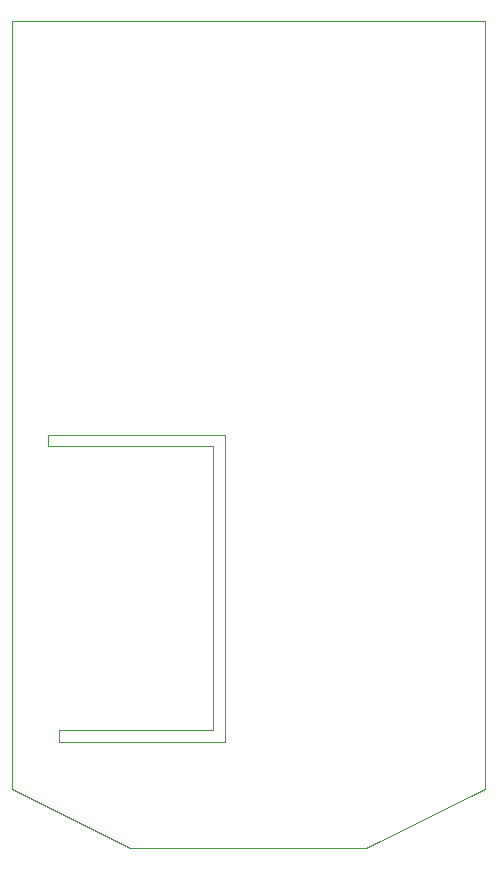
<source format=gm1>
G04 #@! TF.GenerationSoftware,KiCad,Pcbnew,5.99.0-unknown-4594d88417~130~ubuntu20.04.1*
G04 #@! TF.CreationDate,2021-07-04T17:01:17+02:00*
G04 #@! TF.ProjectId,SLS,534c532e-6b69-4636-9164-5f7063625858,rev?*
G04 #@! TF.SameCoordinates,Original*
G04 #@! TF.FileFunction,Profile,NP*
%FSLAX46Y46*%
G04 Gerber Fmt 4.6, Leading zero omitted, Abs format (unit mm)*
G04 Created by KiCad (PCBNEW 5.99.0-unknown-4594d88417~130~ubuntu20.04.1) date 2021-07-04 17:01:17*
%MOMM*%
%LPD*%
G01*
G04 APERTURE LIST*
G04 #@! TA.AperFunction,Profile*
%ADD10C,0.050000*%
G04 #@! TD*
G04 APERTURE END LIST*
D10*
X47000000Y-76000000D02*
X33000000Y-76000000D01*
X30000000Y-105000000D02*
X30000000Y-40000000D01*
X48000000Y-101000000D02*
X34000000Y-101000000D01*
X70000000Y-105000000D02*
X60000000Y-110000000D01*
X40000000Y-110000000D02*
X30000000Y-105000000D01*
X48000000Y-75000000D02*
X48000000Y-101000000D01*
X33000000Y-76000000D02*
X33000000Y-75000000D01*
X30000000Y-40000000D02*
X70000000Y-40000000D01*
X33000000Y-75000000D02*
X48000000Y-75000000D01*
X34000000Y-101000000D02*
X34000000Y-100000000D01*
X70000000Y-40000000D02*
X70000000Y-105000000D01*
X60000000Y-110000000D02*
X40000000Y-110000000D01*
X34000000Y-100000000D02*
X47000000Y-100000000D01*
X47000000Y-100000000D02*
X47000000Y-76000000D01*
M02*

</source>
